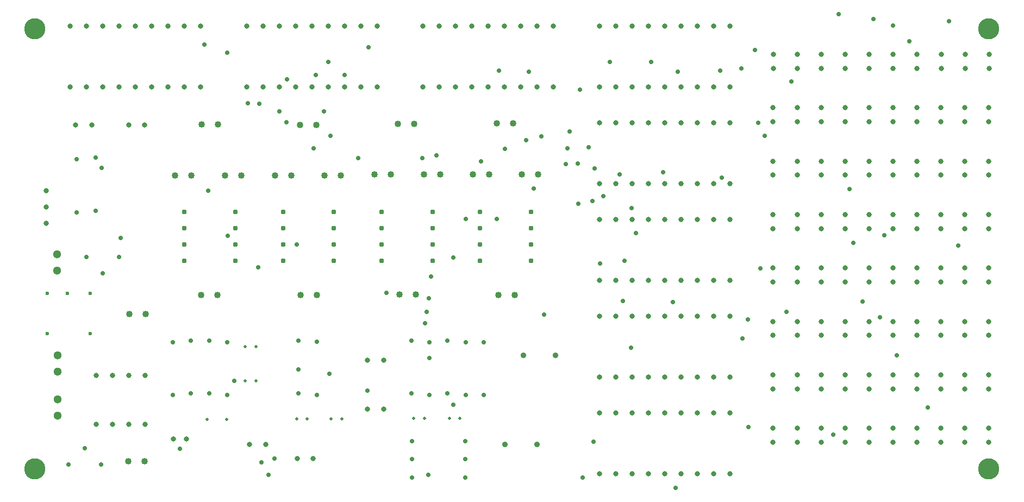
<source format=gbr>
%TF.GenerationSoftware,Altium Limited,Altium Designer,23.3.1 (30)*%
G04 Layer_Color=0*
%FSLAX26Y26*%
%MOIN*%
%TF.SameCoordinates,C47A0882-6911-4C93-B89A-A613C280F5D7*%
%TF.FilePolarity,Positive*%
%TF.FileFunction,Plated,1,2,PTH,Drill*%
%TF.Part,Single*%
G01*
G75*
%TA.AperFunction,ComponentDrill*%
%ADD81C,0.032000*%
%TA.AperFunction,OtherDrill,Pad Free-31 (150mil,150mil)*%
%ADD82C,0.130000*%
%TA.AperFunction,OtherDrill,Pad Free-30 (150mil,2850mil)*%
%ADD83C,0.130000*%
%TA.AperFunction,OtherDrill,Pad Free-29 (6000mil,150mil)*%
%ADD84C,0.130000*%
%TA.AperFunction,OtherDrill,Pad Free-28 (6000mil,2850mil)*%
%ADD85C,0.130000*%
%TA.AperFunction,ComponentDrill*%
%ADD86C,0.028740*%
%ADD87C,0.028740*%
%ADD88C,0.040157*%
%ADD89C,0.031496*%
%ADD90C,0.020000*%
%ADD91C,0.035433*%
%ADD92C,0.030709*%
%ADD93C,0.032677*%
%ADD94C,0.031496*%
%ADD95C,0.051181*%
%ADD96C,0.028110*%
%ADD97C,0.023622*%
%TA.AperFunction,ViaDrill,NotFilled*%
%ADD98C,0.028000*%
D81*
X5852110Y1952490D02*
D03*
Y2037490D02*
D03*
X5999000Y1952490D02*
D03*
Y2037490D02*
D03*
X5558332Y2280244D02*
D03*
Y2365244D02*
D03*
X5411444Y2280244D02*
D03*
Y2365244D02*
D03*
X5705222Y2280244D02*
D03*
Y2365244D02*
D03*
X5264556Y1952490D02*
D03*
Y2037490D02*
D03*
X5999000Y2280244D02*
D03*
Y2365244D02*
D03*
X5852110Y2280244D02*
D03*
Y2365244D02*
D03*
X5558332Y1952490D02*
D03*
Y2037490D02*
D03*
X5411444Y1952490D02*
D03*
Y2037490D02*
D03*
X5705222Y1952490D02*
D03*
Y2037490D02*
D03*
X5264556Y2280244D02*
D03*
Y2365244D02*
D03*
X5558332Y1296976D02*
D03*
Y1381976D02*
D03*
X5705222Y1296976D02*
D03*
Y1381976D02*
D03*
X5852110Y1296976D02*
D03*
Y1381976D02*
D03*
X5999000Y1296976D02*
D03*
Y1381976D02*
D03*
X5411444Y1296976D02*
D03*
Y1381976D02*
D03*
X5852110Y1624732D02*
D03*
Y1709732D02*
D03*
X5999000Y1624732D02*
D03*
Y1709732D02*
D03*
X5264556Y1624732D02*
D03*
Y1709732D02*
D03*
X5411444Y1624732D02*
D03*
Y1709732D02*
D03*
X5705222Y1624732D02*
D03*
Y1709732D02*
D03*
X5558332Y1624732D02*
D03*
Y1709732D02*
D03*
X5411444Y313712D02*
D03*
Y398712D02*
D03*
X4679000Y2693000D02*
D03*
Y2608000D02*
D03*
X5413444Y2693000D02*
D03*
Y2608000D02*
D03*
X5264556Y1296976D02*
D03*
Y1381976D02*
D03*
X5266556Y2693000D02*
D03*
Y2608000D02*
D03*
X4972778Y2693000D02*
D03*
Y2608000D02*
D03*
X5119666Y2693000D02*
D03*
Y2608000D02*
D03*
X5264556Y641466D02*
D03*
Y726466D02*
D03*
X4823888Y2280244D02*
D03*
Y2365244D02*
D03*
X4970778Y2280244D02*
D03*
Y2365244D02*
D03*
X5117666Y2280244D02*
D03*
Y2365244D02*
D03*
X4825888Y2693000D02*
D03*
Y2608000D02*
D03*
X5854110Y2693000D02*
D03*
Y2608000D02*
D03*
X5707222Y2693000D02*
D03*
Y2608000D02*
D03*
X5560332Y2693000D02*
D03*
Y2608000D02*
D03*
X6001000Y2693000D02*
D03*
Y2608000D02*
D03*
X5264556Y313712D02*
D03*
Y398712D02*
D03*
X5852110Y313712D02*
D03*
Y398712D02*
D03*
X5705222Y313712D02*
D03*
Y398712D02*
D03*
X5558332Y313712D02*
D03*
Y398712D02*
D03*
X5264556Y969222D02*
D03*
Y1054222D02*
D03*
X5558332Y969222D02*
D03*
Y1054222D02*
D03*
X5705222Y969222D02*
D03*
Y1054222D02*
D03*
X5411444Y969222D02*
D03*
Y1054222D02*
D03*
X5999000Y398712D02*
D03*
Y313712D02*
D03*
X5852110Y641466D02*
D03*
Y726466D02*
D03*
X5999000Y641466D02*
D03*
Y726466D02*
D03*
X5411444Y641466D02*
D03*
Y726466D02*
D03*
X5705222Y641466D02*
D03*
Y726466D02*
D03*
X5558332Y641466D02*
D03*
Y726466D02*
D03*
X5852110Y969222D02*
D03*
Y1054222D02*
D03*
X4677000Y2280244D02*
D03*
Y2365244D02*
D03*
X5999000Y969222D02*
D03*
Y1054222D02*
D03*
X4677000Y313712D02*
D03*
Y398712D02*
D03*
X4823888Y641466D02*
D03*
Y726466D02*
D03*
X4677000Y641466D02*
D03*
Y726466D02*
D03*
X4823888Y313712D02*
D03*
Y398712D02*
D03*
X4677000Y969222D02*
D03*
Y1054222D02*
D03*
X5117666Y969222D02*
D03*
Y1054222D02*
D03*
X4677000Y1296976D02*
D03*
Y1381976D02*
D03*
X4970778Y1296976D02*
D03*
Y1381976D02*
D03*
X5117666Y1296976D02*
D03*
Y1381976D02*
D03*
X4970778Y969222D02*
D03*
Y1054222D02*
D03*
X4823888Y1296976D02*
D03*
Y1381976D02*
D03*
Y969222D02*
D03*
Y1054222D02*
D03*
X4677000Y1624732D02*
D03*
Y1709732D02*
D03*
X4823888Y1952490D02*
D03*
Y2037490D02*
D03*
Y1624732D02*
D03*
Y1709732D02*
D03*
X4677000Y1952490D02*
D03*
Y2037490D02*
D03*
X4970778Y313712D02*
D03*
Y398712D02*
D03*
Y641466D02*
D03*
Y726466D02*
D03*
X5117666Y641466D02*
D03*
Y726466D02*
D03*
Y313712D02*
D03*
Y398712D02*
D03*
Y1624732D02*
D03*
Y1709732D02*
D03*
X4970778Y1952490D02*
D03*
Y2037490D02*
D03*
Y1624732D02*
D03*
Y1709732D02*
D03*
X5117666Y1952490D02*
D03*
Y2037490D02*
D03*
X526000Y424000D02*
D03*
X626000D02*
D03*
X526000Y724000D02*
D03*
X626000D02*
D03*
X826000Y424000D02*
D03*
X726000D02*
D03*
Y724000D02*
D03*
X826000D02*
D03*
D82*
X150000Y150000D02*
D03*
D83*
Y2850000D02*
D03*
D84*
X6000000Y150000D02*
D03*
D85*
Y2850000D02*
D03*
D86*
X1107000Y938228D02*
D03*
Y611772D02*
D03*
X1878000Y602772D02*
D03*
Y929230D02*
D03*
X1766000Y938230D02*
D03*
Y611772D02*
D03*
X1329000Y601772D02*
D03*
Y928228D02*
D03*
X1218000Y938228D02*
D03*
Y611772D02*
D03*
X996000Y601772D02*
D03*
Y928228D02*
D03*
X522000Y2060228D02*
D03*
Y1733772D02*
D03*
X406000Y1723772D02*
D03*
Y2050228D02*
D03*
X2458000Y611772D02*
D03*
Y938228D02*
D03*
X2569000Y928228D02*
D03*
Y601772D02*
D03*
X2902000Y928230D02*
D03*
Y601772D02*
D03*
X2680000Y611772D02*
D03*
Y938230D02*
D03*
X2791000Y928230D02*
D03*
Y601772D02*
D03*
D87*
X2461771Y97000D02*
D03*
X2788227D02*
D03*
X2461771Y209000D02*
D03*
X2788227D02*
D03*
X2461771Y320000D02*
D03*
X2788229D02*
D03*
D88*
X3081126Y2269330D02*
D03*
X2981126D02*
D03*
X3236124Y1955330D02*
D03*
X3136124D02*
D03*
X2935126D02*
D03*
X2835126D02*
D03*
X1876126Y2260330D02*
D03*
X1776126D02*
D03*
X1722126Y1949330D02*
D03*
X1622126D02*
D03*
X2332126Y1956330D02*
D03*
X2232126D02*
D03*
X1927124Y1949330D02*
D03*
X2027124D02*
D03*
X1316126Y1950330D02*
D03*
X1416126D02*
D03*
X1010126D02*
D03*
X1110126D02*
D03*
X1171126Y2264330D02*
D03*
X1271126D02*
D03*
X2477126Y2265330D02*
D03*
X2377126D02*
D03*
X2636126Y1956330D02*
D03*
X2536126D02*
D03*
X2991000Y1216000D02*
D03*
X3091000D02*
D03*
X2485002Y1220000D02*
D03*
X2385002D02*
D03*
X1878000Y1218000D02*
D03*
X1778000D02*
D03*
X1268000Y1216000D02*
D03*
X1168000D02*
D03*
X721000Y195000D02*
D03*
X821000D02*
D03*
X729000Y1100000D02*
D03*
X829000D02*
D03*
D89*
X724788Y2259000D02*
D03*
X823212D02*
D03*
X2287212Y517000D02*
D03*
X2188788D02*
D03*
X2188786Y818000D02*
D03*
X2287212D02*
D03*
X1565212Y300000D02*
D03*
X1466788D02*
D03*
X1856212Y214000D02*
D03*
X1757788D02*
D03*
X498212Y2259000D02*
D03*
X399788D02*
D03*
X998630Y332000D02*
D03*
X1077370D02*
D03*
D90*
X2691000Y460000D02*
D03*
X2757000D02*
D03*
X2538000D02*
D03*
X2472000D02*
D03*
X1820000Y456000D02*
D03*
X1754000D02*
D03*
X2033000D02*
D03*
X1967000D02*
D03*
X1506000Y691000D02*
D03*
X1440000D02*
D03*
Y901000D02*
D03*
X1506000D02*
D03*
X1325000Y454000D02*
D03*
X1205000D02*
D03*
D91*
X3145574Y845000D02*
D03*
X3342426D02*
D03*
X3031574Y300000D02*
D03*
X3228426D02*
D03*
D92*
X2878700Y1725000D02*
D03*
Y1625000D02*
D03*
Y1525000D02*
D03*
Y1425000D02*
D03*
X3191300D02*
D03*
Y1525000D02*
D03*
Y1625000D02*
D03*
Y1725000D02*
D03*
X2587298D02*
D03*
Y1625000D02*
D03*
Y1525000D02*
D03*
Y1425000D02*
D03*
X2274700D02*
D03*
Y1525000D02*
D03*
Y1625000D02*
D03*
Y1725000D02*
D03*
X1983298D02*
D03*
Y1625000D02*
D03*
Y1525000D02*
D03*
Y1425000D02*
D03*
X1670700D02*
D03*
Y1525000D02*
D03*
Y1625000D02*
D03*
Y1725000D02*
D03*
X1379300D02*
D03*
Y1625000D02*
D03*
Y1525000D02*
D03*
Y1425000D02*
D03*
X1066700D02*
D03*
Y1525000D02*
D03*
Y1625000D02*
D03*
Y1725000D02*
D03*
D93*
X3612000Y2273998D02*
D03*
X3712000D02*
D03*
X3812000D02*
D03*
X3912000D02*
D03*
X4012000D02*
D03*
X4112000D02*
D03*
X4212000D02*
D03*
X4312000D02*
D03*
X4412000D02*
D03*
Y1898998D02*
D03*
X4312000D02*
D03*
X4212000D02*
D03*
X4112000D02*
D03*
X4012000D02*
D03*
X3912000D02*
D03*
X3812000D02*
D03*
X3712000D02*
D03*
X3612000D02*
D03*
Y1680500D02*
D03*
X3712000D02*
D03*
X3812000D02*
D03*
X3912000D02*
D03*
X4012000D02*
D03*
X4112000D02*
D03*
X4212000D02*
D03*
X4312000D02*
D03*
X4412000D02*
D03*
Y1305500D02*
D03*
X4312000D02*
D03*
X4212000D02*
D03*
X4112000D02*
D03*
X4012000D02*
D03*
X3912000D02*
D03*
X3812000D02*
D03*
X3712000D02*
D03*
X3612000D02*
D03*
Y2867500D02*
D03*
X3712000D02*
D03*
X3812000D02*
D03*
X3912000D02*
D03*
X4012000D02*
D03*
X4112000D02*
D03*
X4212000D02*
D03*
X4312000D02*
D03*
X4412000D02*
D03*
Y2492500D02*
D03*
X4312000D02*
D03*
X4212000D02*
D03*
X4112000D02*
D03*
X4012000D02*
D03*
X3912000D02*
D03*
X3812000D02*
D03*
X3712000D02*
D03*
X3612000D02*
D03*
X2529666Y2867500D02*
D03*
X2629666D02*
D03*
X2729666D02*
D03*
X2829666D02*
D03*
X2929666D02*
D03*
X3029666D02*
D03*
X3129666D02*
D03*
X3229666D02*
D03*
X3329666D02*
D03*
Y2492500D02*
D03*
X3229666D02*
D03*
X3129666D02*
D03*
X3029666D02*
D03*
X2929666D02*
D03*
X2829666D02*
D03*
X2729666D02*
D03*
X2629666D02*
D03*
X2529666D02*
D03*
X365000Y2867500D02*
D03*
X465000D02*
D03*
X565000D02*
D03*
X665000D02*
D03*
X765000D02*
D03*
X865000D02*
D03*
X965000D02*
D03*
X1065000D02*
D03*
X1165000D02*
D03*
Y2492500D02*
D03*
X1065000D02*
D03*
X965000D02*
D03*
X865000D02*
D03*
X765000D02*
D03*
X665000D02*
D03*
X565000D02*
D03*
X465000D02*
D03*
X365000D02*
D03*
X3612000Y712000D02*
D03*
X3712000D02*
D03*
X3812000D02*
D03*
X3912000D02*
D03*
X4012000D02*
D03*
X4112000D02*
D03*
X4212000D02*
D03*
X4312000D02*
D03*
X4412000D02*
D03*
Y1087000D02*
D03*
X4312000D02*
D03*
X4212000D02*
D03*
X4112000D02*
D03*
X4012000D02*
D03*
X3912000D02*
D03*
X3812000D02*
D03*
X3712000D02*
D03*
X3612000D02*
D03*
X1447334Y2867500D02*
D03*
X1547334D02*
D03*
X1647334D02*
D03*
X1747334D02*
D03*
X1847334D02*
D03*
X1947334D02*
D03*
X2047334D02*
D03*
X2147334D02*
D03*
X2247334D02*
D03*
Y2492500D02*
D03*
X2147334D02*
D03*
X2047334D02*
D03*
X1947334D02*
D03*
X1847334D02*
D03*
X1747334D02*
D03*
X1647334D02*
D03*
X1547334D02*
D03*
X1447334D02*
D03*
X3612000Y493500D02*
D03*
X3712000D02*
D03*
X3812000D02*
D03*
X3912000D02*
D03*
X4012000D02*
D03*
X4112000D02*
D03*
X4212000D02*
D03*
X4312000D02*
D03*
X4412000D02*
D03*
Y118500D02*
D03*
X4312000D02*
D03*
X4212000D02*
D03*
X4112000D02*
D03*
X4012000D02*
D03*
X3912000D02*
D03*
X3812000D02*
D03*
X3712000D02*
D03*
X3612000D02*
D03*
D94*
X219000Y1657000D02*
D03*
Y1857000D02*
D03*
Y1757000D02*
D03*
D95*
X287000Y1468000D02*
D03*
Y1368000D02*
D03*
X287934Y477000D02*
D03*
Y577000D02*
D03*
Y745858D02*
D03*
Y845858D02*
D03*
D96*
X357000Y178000D02*
D03*
X457000Y278000D02*
D03*
X557000Y178000D02*
D03*
X467000Y1449000D02*
D03*
X567000Y1349000D02*
D03*
X667000Y1449000D02*
D03*
D97*
X224488Y1228016D02*
D03*
Y979984D02*
D03*
X488268Y1228016D02*
D03*
Y979984D02*
D03*
X350472Y1228016D02*
D03*
D98*
X4481000Y2607000D02*
D03*
X4625000Y2194000D02*
D03*
X4353000Y2594000D02*
D03*
X1691000Y2277000D02*
D03*
X4002000Y1970000D02*
D03*
X1582000Y112000D02*
D03*
X3273000Y1097000D02*
D03*
X1538000Y189000D02*
D03*
X5331963Y1079963D02*
D03*
X3482000Y1776000D02*
D03*
X3480000Y2023000D02*
D03*
X3583000Y1994000D02*
D03*
X3404000Y2020000D02*
D03*
X2304000Y1230000D02*
D03*
X1331000Y1580000D02*
D03*
X2566000Y1196000D02*
D03*
X1961000Y2194000D02*
D03*
X1371000Y690000D02*
D03*
X1650000Y2344000D02*
D03*
X2714000Y544000D02*
D03*
X4080000Y34000D02*
D03*
X3509000Y98000D02*
D03*
X2562000Y113000D02*
D03*
X1520000Y1387000D02*
D03*
X1755000Y1525000D02*
D03*
X2188786Y630214D02*
D03*
X2981000Y1684000D02*
D03*
X3930000Y2648000D02*
D03*
X3675000D02*
D03*
X2716000Y1445000D02*
D03*
X676000Y1567000D02*
D03*
X2578000Y1330000D02*
D03*
X3575000Y315000D02*
D03*
X5225000Y1177000D02*
D03*
X4521000Y1065000D02*
D03*
X4525000Y407000D02*
D03*
X5080000Y2940000D02*
D03*
X5413444Y2870604D02*
D03*
X5293000Y2909000D02*
D03*
X1329106Y2703394D02*
D03*
X5755000Y2898000D02*
D03*
X1526000Y2391000D02*
D03*
X1456000Y2392000D02*
D03*
X1696000Y2540000D02*
D03*
X1923000Y2344000D02*
D03*
X3616000Y1411000D02*
D03*
X5168000Y1538000D02*
D03*
X4062000Y1172230D02*
D03*
X4758000Y1114000D02*
D03*
X3162246Y2165000D02*
D03*
X3545000Y2124000D02*
D03*
X3415000Y2117000D02*
D03*
X3430000Y2220000D02*
D03*
X3569576Y1793000D02*
D03*
X3810000Y1751000D02*
D03*
X1038000Y273000D02*
D03*
X1767000Y761000D02*
D03*
X1618000Y213000D02*
D03*
X1949000Y2647000D02*
D03*
X2569000Y831000D02*
D03*
X1957000Y732000D02*
D03*
X4490000Y951000D02*
D03*
X1858000Y2117000D02*
D03*
X2994000Y2592000D02*
D03*
X3209000Y1871000D02*
D03*
X3493000Y2476000D02*
D03*
X1873000Y2567000D02*
D03*
X3805000Y894000D02*
D03*
X5436798Y848000D02*
D03*
X5627000Y527000D02*
D03*
X560000Y1995000D02*
D03*
X3755000Y1181000D02*
D03*
X3179000Y2585000D02*
D03*
X4091000Y2587000D02*
D03*
X4362000Y1936000D02*
D03*
X5144000Y1866000D02*
D03*
X4600000Y1380000D02*
D03*
X4585000Y2272000D02*
D03*
X3256000Y2189000D02*
D03*
X5813000Y1521000D02*
D03*
X4564000Y2719000D02*
D03*
X2195120Y2735000D02*
D03*
X1188000Y2752000D02*
D03*
X2792000Y1684000D02*
D03*
X2551000Y1112000D02*
D03*
X1213000Y1855000D02*
D03*
X3637000Y1824000D02*
D03*
X5044000Y359000D02*
D03*
X3031000Y2112000D02*
D03*
X2613000Y2072000D02*
D03*
X2527000Y2057000D02*
D03*
X2131000D02*
D03*
X5358000Y1582000D02*
D03*
X3834000Y1597000D02*
D03*
X3767000Y1426000D02*
D03*
X2885000Y2038000D02*
D03*
X2543000Y1044000D02*
D03*
X2047334Y2567666D02*
D03*
X4789022Y2527000D02*
D03*
X5511000Y2772000D02*
D03*
X3737000Y1955000D02*
D03*
%TF.MD5,9d042a3b93b7faedd6db1ceeb849a3a2*%
M02*

</source>
